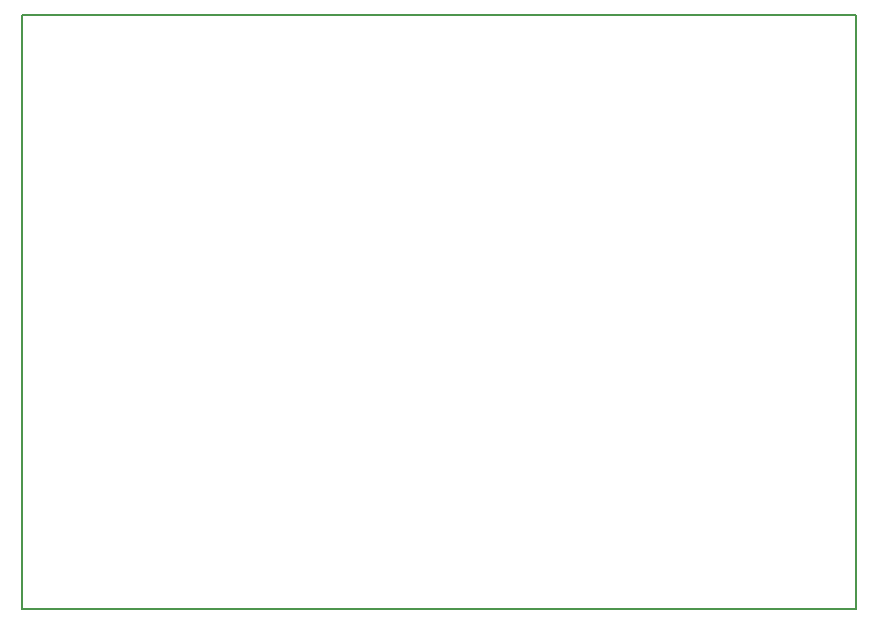
<source format=gbr>
%TF.GenerationSoftware,KiCad,Pcbnew,7.0.8-7.0.8~ubuntu23.04.1*%
%TF.CreationDate,2023-11-12T23:38:26+00:00*%
%TF.ProjectId,USTSIPIN03,55535453-4950-4494-9e30-332e6b696361,REV*%
%TF.SameCoordinates,PX66dd020PY81342c0*%
%TF.FileFunction,Profile,NP*%
%FSLAX46Y46*%
G04 Gerber Fmt 4.6, Leading zero omitted, Abs format (unit mm)*
G04 Created by KiCad (PCBNEW 7.0.8-7.0.8~ubuntu23.04.1) date 2023-11-12 23:38:26*
%MOMM*%
%LPD*%
G01*
G04 APERTURE LIST*
%TA.AperFunction,Profile*%
%ADD10C,0.150000*%
%TD*%
G04 APERTURE END LIST*
D10*
X5334000Y55626000D02*
X75946000Y55626000D01*
X75946000Y5334001D01*
X5334000Y5334001D01*
X5334000Y55626000D01*
M02*

</source>
